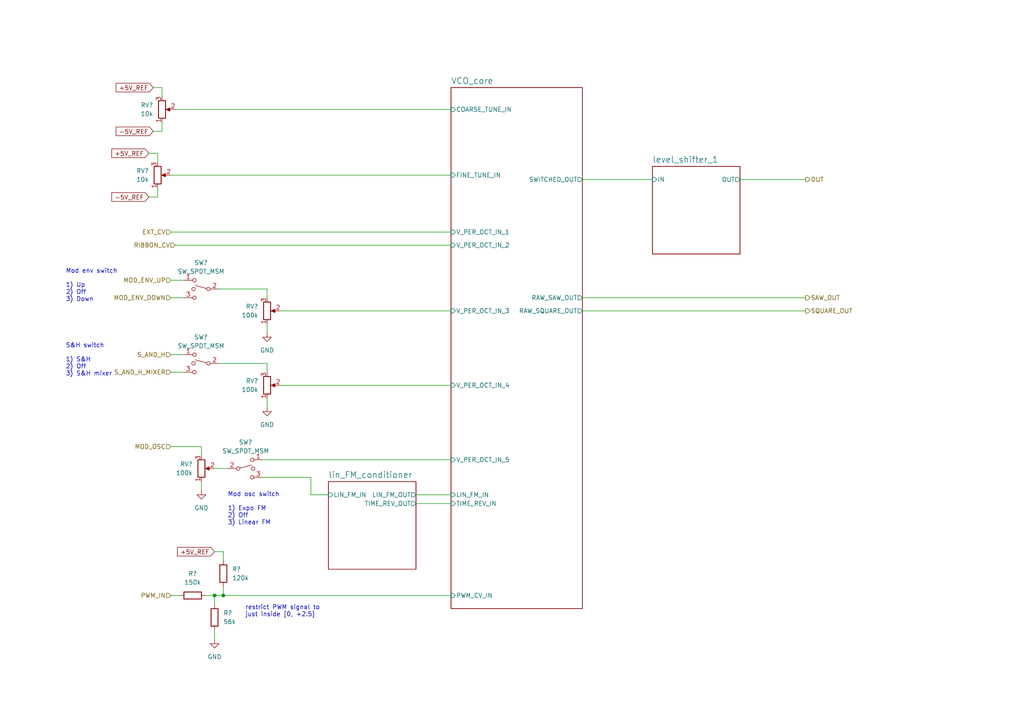
<source format=kicad_sch>
(kicad_sch (version 20211123) (generator eeschema)
  (paper "A4")
  (lib_symbols
    (symbol "Device:R" (pin_numbers hide) (pin_names (offset 0))
      (property "Reference" "R" (at 2.032 0 90))
      (property "Value" "R" (at 0 0 90))
      (symbol "R_0_1"
        (rectangle (start -1.016 -2.54) (end 1.016 2.54) (stroke (width 0.254)))
      )
      (symbol "R_1_1"
        (pin passive line (at 0 3.81 270) (length 1.27) (name "~") (number "1"))
        (pin passive line (at 0 -3.81 90) (length 1.27) (name "~") (number "2"))
      )
    )
    (symbol "Device:R_Potentiometer" (pin_names (offset 1.016) hide)
      (property "Reference" "RV" (at -4.445 0 90))
      (property "Value" "R_Potentiometer" (at -2.54 0 90))
      (symbol "R_Potentiometer_0_1"
        (polyline (pts (xy 2.54 0) (xy 1.524 0)))
        (polyline (pts (xy 1.143 0) (xy 2.286 0.508) (xy 2.286 -0.508) (xy 1.143 0)) (fill (type outline)))
        (rectangle (start 1.016 2.54) (end -1.016 -2.54) (stroke (width 0.254)))
      )
      (symbol "R_Potentiometer_1_1"
        (pin passive line (at 0 3.81 270) (length 1.27) (name "1") (number "1"))
        (pin passive line (at 3.81 0 180) (length 1.27) (name "2") (number "2"))
        (pin passive line (at 0 -3.81 90) (length 1.27) (name "3") (number "3"))
      )
    )
    (symbol "Switch:SW_SPDT_MSM" (pin_names (offset 0) hide)
      (property "Reference" "SW" (at 0 5.08 0))
      (property "Value" "SW_SPDT_MSM" (at 0 -5.08 0))
      (symbol "SW_SPDT_MSM_0_0"
        (circle (center -2.032 0) (radius 0.508))
        (polyline (pts (xy -1.524 0.127) (xy 1.778 1.016)))
        (circle (center 2.032 -2.54) (radius 0.508))
      )
      (symbol "SW_SPDT_MSM_0_1"
        (circle (center 2.032 2.54) (radius 0.508))
        (circle (center 2.286 0) (radius 0.508))
      )
      (symbol "SW_SPDT_MSM_1_1"
        (pin passive line (at 5.08 2.54 180) (length 2.54) (name "1") (number "1"))
        (pin passive line (at -5.08 0 0) (length 2.54) (name "2") (number "2"))
        (pin passive line (at 5.08 -2.54 180) (length 2.54) (name "3") (number "3"))
      )
    )
    (symbol "power:GND" (power) (pin_names (offset 0))
      (property "Value" "GND" (at 0 -3.81 0))
      (symbol "GND_0_1"
        (polyline (pts (xy 0 0) (xy 0 -1.27) (xy 1.27 -1.27) (xy 0 -2.54) (xy -1.27 -1.27) (xy 0 -1.27)))
      )
      (symbol "GND_1_1"
        (pin power_in line (at 0 0 270) (length 0) hide (name "GND") (number "1"))
      )
    )
  )
  (junction (at 62.23 172.72))
  (junction (at 64.77 172.72))
  (wire (pts (xy 45.72 44.45) (xy 45.72 46.99)))
  (wire (pts (xy 58.42 129.54) (xy 58.42 132.08)))
  (wire (pts (xy 120.65 146.05) (xy 130.81 146.05)))
  (wire (pts (xy 77.47 105.41) (xy 77.47 107.95)))
  (wire (pts (xy 44.45 38.1) (xy 46.99 38.1)))
  (wire (pts (xy 50.8 71.12) (xy 130.81 71.12)))
  (wire (pts (xy 49.53 102.87) (xy 53.34 102.87)))
  (wire (pts (xy 62.23 182.88) (xy 62.23 185.42)))
  (wire (pts (xy 77.47 118.11) (xy 77.47 115.57)))
  (wire (pts (xy 49.53 67.31) (xy 130.81 67.31)))
  (wire (pts (xy 64.77 160.02) (xy 64.77 162.56)))
  (wire (pts (xy 64.77 172.72) (xy 130.81 172.72)))
  (wire (pts (xy 63.5 105.41) (xy 77.47 105.41)))
  (wire (pts (xy 49.53 50.8) (xy 130.81 50.8)))
  (wire (pts (xy 43.18 44.45) (xy 45.72 44.45)))
  (wire (pts (xy 49.53 172.72) (xy 52.07 172.72)))
  (wire (pts (xy 77.47 83.82) (xy 77.47 86.36)))
  (wire (pts (xy 168.91 52.07) (xy 189.23 52.07)))
  (wire (pts (xy 62.23 135.89) (xy 66.04 135.89)))
  (wire (pts (xy 81.28 90.17) (xy 130.81 90.17)))
  (wire (pts (xy 46.99 38.1) (xy 46.99 35.56)))
  (wire (pts (xy 64.77 170.18) (xy 64.77 172.72)))
  (wire (pts (xy 62.23 172.72) (xy 62.23 175.26)))
  (wire (pts (xy 49.53 81.28) (xy 53.34 81.28)))
  (wire (pts (xy 50.8 31.75) (xy 130.81 31.75)))
  (wire (pts (xy 62.23 160.02) (xy 64.77 160.02)))
  (wire (pts (xy 44.45 25.4) (xy 46.99 25.4)))
  (wire (pts (xy 90.17 143.51) (xy 90.17 138.43)))
  (wire (pts (xy 45.72 57.15) (xy 45.72 54.61)))
  (wire (pts (xy 49.53 129.54) (xy 58.42 129.54)))
  (wire (pts (xy 62.23 172.72) (xy 64.77 172.72)))
  (wire (pts (xy 95.25 143.51) (xy 90.17 143.51)))
  (wire (pts (xy 46.99 25.4) (xy 46.99 27.94)))
  (wire (pts (xy 120.65 143.51) (xy 130.81 143.51)))
  (wire (pts (xy 168.91 90.17) (xy 233.68 90.17)))
  (wire (pts (xy 49.53 86.36) (xy 53.34 86.36)))
  (wire (pts (xy 168.91 86.36) (xy 233.68 86.36)))
  (wire (pts (xy 90.17 138.43) (xy 76.2 138.43)))
  (wire (pts (xy 77.47 96.52) (xy 77.47 93.98)))
  (wire (pts (xy 214.63 52.07) (xy 233.68 52.07)))
  (wire (pts (xy 59.69 172.72) (xy 62.23 172.72)))
  (wire (pts (xy 63.5 83.82) (xy 77.47 83.82)))
  (wire (pts (xy 49.53 107.95) (xy 53.34 107.95)))
  (wire (pts (xy 43.18 57.15) (xy 45.72 57.15)))
  (wire (pts (xy 81.28 111.76) (xy 130.81 111.76)))
  (wire (pts (xy 76.2 133.35) (xy 130.81 133.35)))
  (wire (pts (xy 58.42 142.24) (xy 58.42 139.7)))
  (text "Mod osc switch\n\n1) Expo FM\n2) Off\n3) Linear FM" (at 66.04 152.4 0) (effects (font (size 1.27 1.27)) (justify left bottom)))
  (text "restrict PWM signal to \njust inside [0, +2.5]" (at 71.12 179.07 0) (effects (font (size 1.27 1.27)) (justify left bottom)))
  (text "Mod env switch\n\n1) Up\n2) Off\n3) Down" (at 19.05 87.63 0) (effects (font (size 1.27 1.27)) (justify left bottom)))
  (text "S&H switch\n\n1) S&H\n2) Off\n3) S&H mixer" (at 19.05 109.22 0) (effects (font (size 1.27 1.27)) (justify left bottom)))
  (global_label "-5V_REF" (shape input) (at 43.18 57.15 180) (property "Intersheet References" "${INTERSHEET_REFS}" (effects hide)))
  (global_label "+5V_REF" (shape input) (at 43.18 44.45 180) (property "Intersheet References" "${INTERSHEET_REFS}" (effects hide)))
  (global_label "+5V_REF" (shape input) (at 44.45 25.4 180) (property "Intersheet References" "${INTERSHEET_REFS}" (effects hide)))
  (global_label "-5V_REF" (shape input) (at 44.45 38.1 180) (property "Intersheet References" "${INTERSHEET_REFS}" (effects hide)))
  (global_label "+5V_REF" (shape input) (at 62.23 160.02 180) (property "Intersheet References" "${INTERSHEET_REFS}" (effects hide)))
  (hierarchical_label "S_AND_H_MIXER" (shape input) (at 49.53 107.95 180))
  (hierarchical_label "SAW_OUT" (shape output) (at 233.68 86.36 0))
  (hierarchical_label "MOD_OSC" (shape input) (at 49.53 129.54 180))
  (hierarchical_label "MOD_ENV_DOWN" (shape input) (at 49.53 86.36 180))
  (hierarchical_label "RIBBON_CV" (shape input) (at 50.8 71.12 180))
  (hierarchical_label "SQUARE_OUT" (shape output) (at 233.68 90.17 0))
  (hierarchical_label "MOD_ENV_UP" (shape input) (at 49.53 81.28 180))
  (hierarchical_label "PWM_IN" (shape input) (at 49.53 172.72 180))
  (hierarchical_label "OUT" (shape output) (at 233.68 52.07 0))
  (hierarchical_label "EXT_CV" (shape input) (at 49.53 67.31 180))
  (hierarchical_label "S_AND_H" (shape input) (at 49.53 102.87 180))
  (symbol (lib_id "power:GND") (at 77.47 118.11 0) (unit 1)
    (property "Reference" "#PWR?" (effects hide))
    (property "Value" "GND" (at 77.47 123.19 0))
  )
  (symbol (lib_id "Switch:SW_SPDT_MSM") (at 58.42 83.82 0) (mirror y) (unit 1)
    (property "Reference" "SW?" (at 58.293 76.2 0))
    (property "Value" "SW_SPDT_MSM" (at 58.293 78.74 0))
  )
  (symbol (lib_id "power:GND") (at 62.23 185.42 0) (unit 1)
    (property "Reference" "#PWR?" (effects hide))
    (property "Value" "GND" (at 62.23 190.5 0))
  )
  (symbol (lib_id "Device:R") (at 64.77 166.37 0) (unit 1)
    (property "Reference" "R?" (at 67.31 165.0999 0) (effects (justify left)))
    (property "Value" "120k" (at 67.31 167.6399 0) (effects (justify left)))
  )
  (symbol (lib_id "Device:R_Potentiometer") (at 58.42 135.89 0) (mirror x) (unit 1)
    (property "Reference" "RV?" (at 55.88 134.6199 0) (effects (justify right)))
    (property "Value" "100k" (at 55.88 137.1599 0) (effects (justify right)))
  )
  (symbol (lib_id "Device:R_Potentiometer") (at 46.99 31.75 0) (mirror x) (unit 1)
    (property "Reference" "RV?" (at 44.45 30.4799 0) (effects (justify right)))
    (property "Value" "10k" (at 44.45 33.0199 0) (effects (justify right)))
  )
  (symbol (lib_id "Switch:SW_SPDT_MSM") (at 71.12 135.89 0) (unit 1)
    (property "Reference" "SW?" (at 71.247 128.27 0))
    (property "Value" "SW_SPDT_MSM" (at 71.247 130.81 0))
  )
  (symbol (lib_id "Device:R_Potentiometer") (at 77.47 90.17 0) (mirror x) (unit 1)
    (property "Reference" "RV?" (at 74.93 88.8999 0) (effects (justify right)))
    (property "Value" "100k" (at 74.93 91.4399 0) (effects (justify right)))
  )
  (symbol (lib_id "Device:R_Potentiometer") (at 45.72 50.8 0) (mirror x) (unit 1)
    (property "Reference" "RV?" (at 43.18 49.5299 0) (effects (justify right)))
    (property "Value" "10k" (at 43.18 52.0699 0) (effects (justify right)))
  )
  (symbol (lib_id "power:GND") (at 58.42 142.24 0) (unit 1)
    (property "Reference" "#PWR?" (effects hide))
    (property "Value" "GND" (at 58.42 147.32 0))
  )
  (symbol (lib_id "Switch:SW_SPDT_MSM") (at 58.42 105.41 0) (mirror y) (unit 1)
    (property "Reference" "SW?" (at 58.293 97.79 0))
    (property "Value" "SW_SPDT_MSM" (at 58.293 100.33 0))
  )
  (symbol (lib_id "power:GND") (at 77.47 96.52 0) (unit 1)
    (property "Reference" "#PWR?" (effects hide))
    (property "Value" "GND" (at 77.47 101.6 0))
  )
  (symbol (lib_id "Device:R") (at 55.88 172.72 90) (unit 1)
    (property "Reference" "R?" (at 55.88 166.37 90))
    (property "Value" "150k" (at 55.88 168.91 90))
  )
  (symbol (lib_id "Device:R") (at 62.23 179.07 0) (unit 1)
    (property "Reference" "R?" (at 64.77 177.7999 0) (effects (justify left)))
    (property "Value" "56k" (at 64.77 180.3399 0) (effects (justify left)))
  )
  (symbol (lib_id "Device:R_Potentiometer") (at 77.47 111.76 0) (mirror x) (unit 1)
    (property "Reference" "RV?" (at 74.93 110.4899 0) (effects (justify right)))
    (property "Value" "100k" (at 74.93 113.0299 0) (effects (justify right)))
  )
  (sheet (at 130.81 25.4) (size 38.1 151.13) (stroke (width 0.1524))
    (property "Sheet name" "VCO_core" (at 130.81 24.4484 0) (effects (font (size 1.75 1.75)) (justify left bottom)))
    (property "Sheet file" "VCO_core.kicad_sch" (effects hide))
    (pin "PWM_CV_IN" input (at 130.81 172.72 180))
    (pin "COARSE_TUNE_IN" input (at 130.81 31.75 180))
    (pin "FINE_TUNE_IN" input (at 130.81 50.8 180))
    (pin "TIME_REV_IN" input (at 130.81 146.05 180))
    (pin "LIN_FM_IN" input (at 130.81 143.51 180))
    (pin "RAW_SQUARE_OUT" output (at 168.91 90.17 0))
    (pin "RAW_SAW_OUT" output (at 168.91 86.36 0))
    (pin "SWITCHED_OUT" output (at 168.91 52.07 0))
    (pin "V_PER_OCT_IN_2" input (at 130.81 71.12 180))
    (pin "V_PER_OCT_IN_1" input (at 130.81 67.31 180))
    (pin "V_PER_OCT_IN_5" input (at 130.81 133.35 180))
    (pin "V_PER_OCT_IN_3" input (at 130.81 90.17 180))
    (pin "V_PER_OCT_IN_4" input (at 130.81 111.76 180))
  )
  (sheet (at 189.23 48.26) (size 25.4 25.4) (stroke (width 0.1524))
    (property "Sheet name" "level_shifter_1" (at 189.23 47.3084 0) (effects (font (size 1.75 1.75)) (justify left bottom)))
    (property "Sheet file" "level_shifter.kicad_sch" (effects hide))
    (pin "OUT" output (at 214.63 52.07 0))
    (pin "IN" input (at 189.23 52.07 180))
  )
  (sheet (at 95.25 139.7) (size 25.4 25.4) (stroke (width 0.1524))
    (property "Sheet name" "lin_FM_conditioner" (at 95.25 138.7484 0) (effects (font (size 1.75 1.75)) (justify left bottom)))
    (property "Sheet file" "lin_FM_conditioner.kicad_sch" (effects hide))
    (pin "LIN_FM_OUT" output (at 120.65 143.51 0))
    (pin "TIME_REV_OUT" output (at 120.65 146.05 0))
    (pin "LIN_FM_IN" input (at 95.25 143.51 180))
  )
)
</source>
